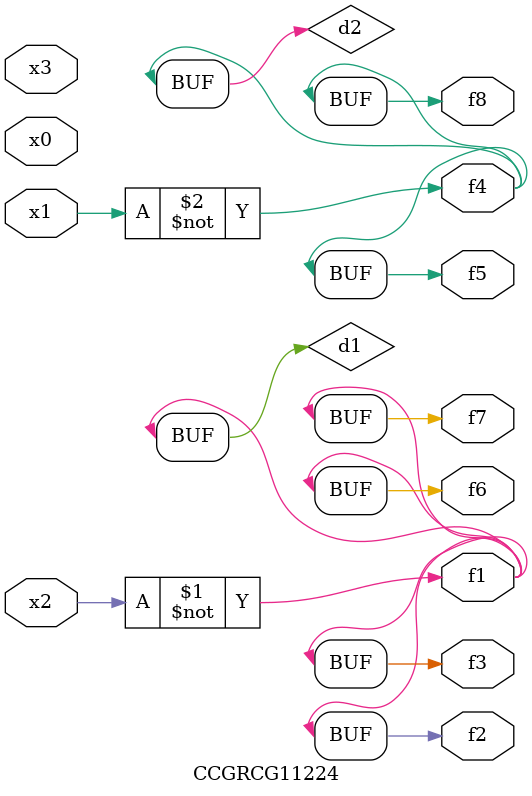
<source format=v>
module CCGRCG11224(
	input x0, x1, x2, x3,
	output f1, f2, f3, f4, f5, f6, f7, f8
);

	wire d1, d2;

	xnor (d1, x2);
	not (d2, x1);
	assign f1 = d1;
	assign f2 = d1;
	assign f3 = d1;
	assign f4 = d2;
	assign f5 = d2;
	assign f6 = d1;
	assign f7 = d1;
	assign f8 = d2;
endmodule

</source>
